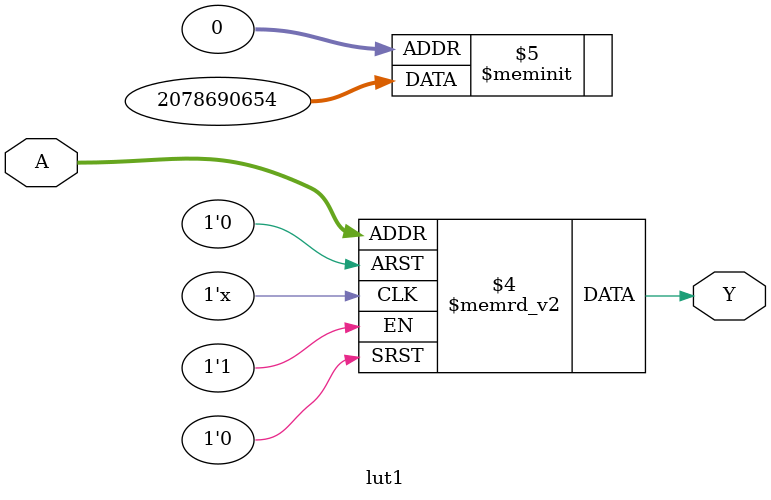
<source format=v>
module lut1(A,Y);
input wire [4:0] A;
output reg Y;

//Mintermini
/*assign Y = 
	(~(A[4] | A[3] | A[2] | A[1]) & A[0]) | //m1
	(~(A[4] | A[3] | A[2] | A[0]) & A[1]) | //m2
	(~(A[4] | A[3] | A[2]) & A[1] & A[0]) | //m3
	(~(A[4] | A[3] | A[1] | A[0]) & A[2]) | //m4
	(~(A[4] | A[3] | A[0]) & A[2] & A[1]) | //m6
	(~(A[4] | A[2] | A[1] | A[0]) & A[3]) | //m8
	(~(A[4] | A[2] | A[0]) & A[3] & A[1]) | //m10
	(~(A[4] | A[2]) & A[3] & A[1] & A[0]) | //m11
	(~(A[4] | A[0]) & A[3] & A[2] & A[1]) | //m14
	(~(A[3] | A[2] | A[1]) & A[4] & A[0]) | //m17
	(~(A[3] | A[2] | A[0]) & A[4] & A[1]) | //m18
	(~(A[3] | A[1]) & A[4] & A[2] & A[0]) | //m21
	(A[4] & ~A[3] & A[2] & A[1] & ~A[0]) | //m22
	(A[4] & ~A[3] & A[2] & A[1] & A[0]) | //m23
	(A[4] & A[3] & ~A[2] & ~A[1] & ~A[0]) | //m24
	(A[4] & A[3] & ~A[2] & ~A[1] & A[0]) | //m25
	(A[4] & A[3] & ~A[2] & A[1] & A[0]) | //m27
	(A[4] & A[3] & A[2] & ~A[1] & ~A[0]) | //m28
	(A[4] & A[3] & A[2] & ~A[1] & A[0]) | //m29
	(A[4] & A[3] & A[2] & A[1] & ~A[0]); //m30*/

//Blocco procedurale
always @ (A)
begin
	case (A)
		5'd0: Y<=1'b0;
		5'd5: Y<=1'b0;
		5'd7: Y<=1'b0;
		5'd9: Y<=1'b0;
		5'd12: Y<=1'b0;
		5'd13: Y<=1'b0;
		5'd15: Y<=1'b0;
		5'd16: Y<=1'b0;
		5'd19: Y<=1'b0;
		5'd20: Y<=1'b0;
		5'd26: Y<=1'b0;
		5'd31: Y<=1'b0;
		default: Y<=1'b1;
	endcase
end
endmodule
</source>
